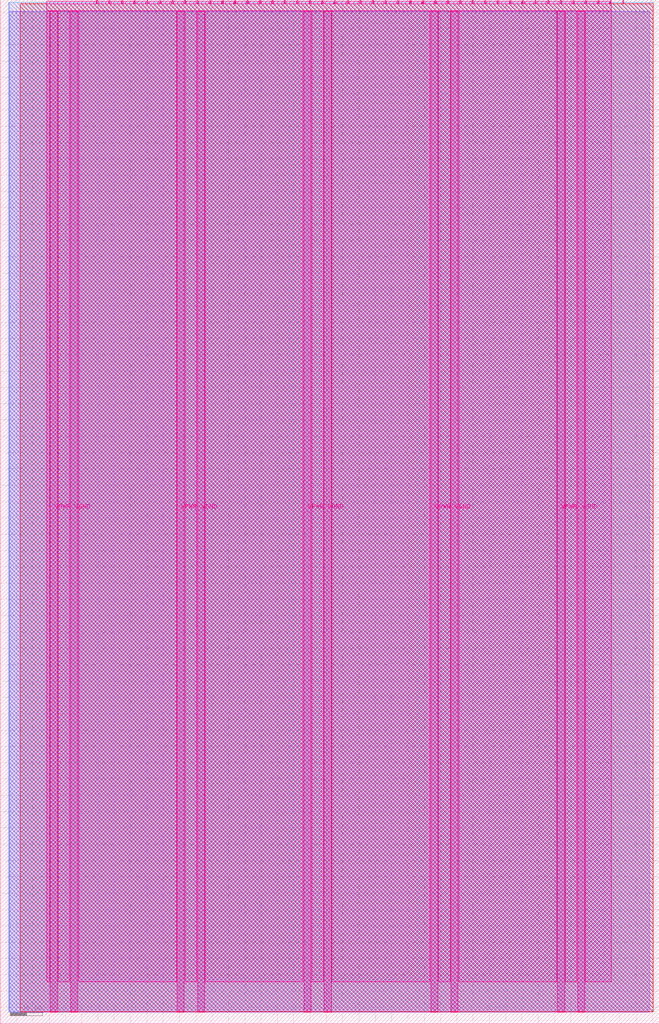
<source format=lef>
VERSION 5.7 ;
  NOWIREEXTENSIONATPIN ON ;
  DIVIDERCHAR "/" ;
  BUSBITCHARS "[]" ;
MACRO tt_um_tiny_ternary_tapeout_csa
  CLASS BLOCK ;
  FOREIGN tt_um_tiny_ternary_tapeout_csa ;
  ORIGIN 0.000 0.000 ;
  SIZE 202.080 BY 313.740 ;
  PIN VGND
    DIRECTION INOUT ;
    USE GROUND ;
    PORT
      LAYER Metal5 ;
        RECT 21.580 3.560 23.780 310.180 ;
    END
    PORT
      LAYER Metal5 ;
        RECT 60.450 3.560 62.650 310.180 ;
    END
    PORT
      LAYER Metal5 ;
        RECT 99.320 3.560 101.520 310.180 ;
    END
    PORT
      LAYER Metal5 ;
        RECT 138.190 3.560 140.390 310.180 ;
    END
    PORT
      LAYER Metal5 ;
        RECT 177.060 3.560 179.260 310.180 ;
    END
  END VGND
  PIN VPWR
    DIRECTION INOUT ;
    USE POWER ;
    PORT
      LAYER Metal5 ;
        RECT 15.380 3.560 17.580 310.180 ;
    END
    PORT
      LAYER Metal5 ;
        RECT 54.250 3.560 56.450 310.180 ;
    END
    PORT
      LAYER Metal5 ;
        RECT 93.120 3.560 95.320 310.180 ;
    END
    PORT
      LAYER Metal5 ;
        RECT 131.990 3.560 134.190 310.180 ;
    END
    PORT
      LAYER Metal5 ;
        RECT 170.860 3.560 173.060 310.180 ;
    END
  END VPWR
  PIN clk
    DIRECTION INPUT ;
    USE SIGNAL ;
    ANTENNAGATEAREA 0.213200 ;
    PORT
      LAYER Metal5 ;
        RECT 187.050 312.740 187.350 313.740 ;
    END
  END clk
  PIN ena
    DIRECTION INPUT ;
    USE SIGNAL ;
    PORT
      LAYER Metal5 ;
        RECT 190.890 312.740 191.190 313.740 ;
    END
  END ena
  PIN rst_n
    DIRECTION INPUT ;
    USE SIGNAL ;
    ANTENNAGATEAREA 0.213200 ;
    PORT
      LAYER Metal5 ;
        RECT 183.210 312.740 183.510 313.740 ;
    END
  END rst_n
  PIN ui_in[0]
    DIRECTION INPUT ;
    USE SIGNAL ;
    ANTENNAGATEAREA 0.821600 ;
    ANTENNADIFFAREA 2.015400 ;
    PORT
      LAYER Metal5 ;
        RECT 179.370 312.740 179.670 313.740 ;
    END
  END ui_in[0]
  PIN ui_in[1]
    DIRECTION INPUT ;
    USE SIGNAL ;
    ANTENNAGATEAREA 0.213200 ;
    PORT
      LAYER Metal5 ;
        RECT 175.530 312.740 175.830 313.740 ;
    END
  END ui_in[1]
  PIN ui_in[2]
    DIRECTION INPUT ;
    USE SIGNAL ;
    ANTENNAGATEAREA 0.213200 ;
    PORT
      LAYER Metal5 ;
        RECT 171.690 312.740 171.990 313.740 ;
    END
  END ui_in[2]
  PIN ui_in[3]
    DIRECTION INPUT ;
    USE SIGNAL ;
    ANTENNAGATEAREA 0.842400 ;
    PORT
      LAYER Metal5 ;
        RECT 167.850 312.740 168.150 313.740 ;
    END
  END ui_in[3]
  PIN ui_in[4]
    DIRECTION INPUT ;
    USE SIGNAL ;
    ANTENNAGATEAREA 2.139800 ;
    ANTENNADIFFAREA 6.046200 ;
    PORT
      LAYER Metal5 ;
        RECT 164.010 312.740 164.310 313.740 ;
    END
  END ui_in[4]
  PIN ui_in[5]
    DIRECTION INPUT ;
    USE SIGNAL ;
    ANTENNAGATEAREA 0.314600 ;
    PORT
      LAYER Metal5 ;
        RECT 160.170 312.740 160.470 313.740 ;
    END
  END ui_in[5]
  PIN ui_in[6]
    DIRECTION INPUT ;
    USE SIGNAL ;
    ANTENNAGATEAREA 0.213200 ;
    PORT
      LAYER Metal5 ;
        RECT 156.330 312.740 156.630 313.740 ;
    END
  END ui_in[6]
  PIN ui_in[7]
    DIRECTION INPUT ;
    USE SIGNAL ;
    ANTENNAGATEAREA 0.725400 ;
    PORT
      LAYER Metal5 ;
        RECT 152.490 312.740 152.790 313.740 ;
    END
  END ui_in[7]
  PIN uio_in[0]
    DIRECTION INPUT ;
    USE SIGNAL ;
    PORT
      LAYER Metal5 ;
        RECT 148.650 312.740 148.950 313.740 ;
    END
  END uio_in[0]
  PIN uio_in[1]
    DIRECTION INPUT ;
    USE SIGNAL ;
    PORT
      LAYER Metal5 ;
        RECT 144.810 312.740 145.110 313.740 ;
    END
  END uio_in[1]
  PIN uio_in[2]
    DIRECTION INPUT ;
    USE SIGNAL ;
    PORT
      LAYER Metal5 ;
        RECT 140.970 312.740 141.270 313.740 ;
    END
  END uio_in[2]
  PIN uio_in[3]
    DIRECTION INPUT ;
    USE SIGNAL ;
    PORT
      LAYER Metal5 ;
        RECT 137.130 312.740 137.430 313.740 ;
    END
  END uio_in[3]
  PIN uio_in[4]
    DIRECTION INPUT ;
    USE SIGNAL ;
    ANTENNAGATEAREA 0.639600 ;
    PORT
      LAYER Metal5 ;
        RECT 133.290 312.740 133.590 313.740 ;
    END
  END uio_in[4]
  PIN uio_in[5]
    DIRECTION INPUT ;
    USE SIGNAL ;
    ANTENNAGATEAREA 0.213200 ;
    PORT
      LAYER Metal5 ;
        RECT 129.450 312.740 129.750 313.740 ;
    END
  END uio_in[5]
  PIN uio_in[6]
    DIRECTION INPUT ;
    USE SIGNAL ;
    ANTENNAGATEAREA 2.038400 ;
    ANTENNADIFFAREA 6.046200 ;
    PORT
      LAYER Metal5 ;
        RECT 125.610 312.740 125.910 313.740 ;
    END
  END uio_in[6]
  PIN uio_in[7]
    DIRECTION INPUT ;
    USE SIGNAL ;
    ANTENNAGATEAREA 0.213200 ;
    PORT
      LAYER Metal5 ;
        RECT 121.770 312.740 122.070 313.740 ;
    END
  END uio_in[7]
  PIN uio_oe[0]
    DIRECTION OUTPUT ;
    USE SIGNAL ;
    ANTENNADIFFAREA 0.392700 ;
    PORT
      LAYER Metal5 ;
        RECT 56.490 312.740 56.790 313.740 ;
    END
  END uio_oe[0]
  PIN uio_oe[1]
    DIRECTION OUTPUT ;
    USE SIGNAL ;
    ANTENNADIFFAREA 0.392700 ;
    PORT
      LAYER Metal5 ;
        RECT 52.650 312.740 52.950 313.740 ;
    END
  END uio_oe[1]
  PIN uio_oe[2]
    DIRECTION OUTPUT ;
    USE SIGNAL ;
    ANTENNADIFFAREA 0.392700 ;
    PORT
      LAYER Metal5 ;
        RECT 48.810 312.740 49.110 313.740 ;
    END
  END uio_oe[2]
  PIN uio_oe[3]
    DIRECTION OUTPUT ;
    USE SIGNAL ;
    ANTENNADIFFAREA 0.392700 ;
    PORT
      LAYER Metal5 ;
        RECT 44.970 312.740 45.270 313.740 ;
    END
  END uio_oe[3]
  PIN uio_oe[4]
    DIRECTION OUTPUT ;
    USE SIGNAL ;
    ANTENNADIFFAREA 0.299200 ;
    PORT
      LAYER Metal5 ;
        RECT 41.130 312.740 41.430 313.740 ;
    END
  END uio_oe[4]
  PIN uio_oe[5]
    DIRECTION OUTPUT ;
    USE SIGNAL ;
    ANTENNADIFFAREA 0.299200 ;
    PORT
      LAYER Metal5 ;
        RECT 37.290 312.740 37.590 313.740 ;
    END
  END uio_oe[5]
  PIN uio_oe[6]
    DIRECTION OUTPUT ;
    USE SIGNAL ;
    ANTENNADIFFAREA 0.299200 ;
    PORT
      LAYER Metal5 ;
        RECT 33.450 312.740 33.750 313.740 ;
    END
  END uio_oe[6]
  PIN uio_oe[7]
    DIRECTION OUTPUT ;
    USE SIGNAL ;
    ANTENNADIFFAREA 0.299200 ;
    PORT
      LAYER Metal5 ;
        RECT 29.610 312.740 29.910 313.740 ;
    END
  END uio_oe[7]
  PIN uio_out[0]
    DIRECTION OUTPUT ;
    USE SIGNAL ;
    ANTENNADIFFAREA 0.654800 ;
    PORT
      LAYER Metal5 ;
        RECT 87.210 312.740 87.510 313.740 ;
    END
  END uio_out[0]
  PIN uio_out[1]
    DIRECTION OUTPUT ;
    USE SIGNAL ;
    ANTENNADIFFAREA 0.654800 ;
    PORT
      LAYER Metal5 ;
        RECT 83.370 312.740 83.670 313.740 ;
    END
  END uio_out[1]
  PIN uio_out[2]
    DIRECTION OUTPUT ;
    USE SIGNAL ;
    ANTENNADIFFAREA 0.706800 ;
    PORT
      LAYER Metal5 ;
        RECT 79.530 312.740 79.830 313.740 ;
    END
  END uio_out[2]
  PIN uio_out[3]
    DIRECTION OUTPUT ;
    USE SIGNAL ;
    ANTENNADIFFAREA 1.413600 ;
    PORT
      LAYER Metal5 ;
        RECT 75.690 312.740 75.990 313.740 ;
    END
  END uio_out[3]
  PIN uio_out[4]
    DIRECTION OUTPUT ;
    USE SIGNAL ;
    ANTENNADIFFAREA 0.299200 ;
    PORT
      LAYER Metal5 ;
        RECT 71.850 312.740 72.150 313.740 ;
    END
  END uio_out[4]
  PIN uio_out[5]
    DIRECTION OUTPUT ;
    USE SIGNAL ;
    ANTENNADIFFAREA 0.299200 ;
    PORT
      LAYER Metal5 ;
        RECT 68.010 312.740 68.310 313.740 ;
    END
  END uio_out[5]
  PIN uio_out[6]
    DIRECTION OUTPUT ;
    USE SIGNAL ;
    ANTENNADIFFAREA 0.299200 ;
    PORT
      LAYER Metal5 ;
        RECT 64.170 312.740 64.470 313.740 ;
    END
  END uio_out[6]
  PIN uio_out[7]
    DIRECTION OUTPUT ;
    USE SIGNAL ;
    ANTENNADIFFAREA 0.299200 ;
    PORT
      LAYER Metal5 ;
        RECT 60.330 312.740 60.630 313.740 ;
    END
  END uio_out[7]
  PIN uo_out[0]
    DIRECTION OUTPUT ;
    USE SIGNAL ;
    ANTENNADIFFAREA 1.413600 ;
    PORT
      LAYER Metal5 ;
        RECT 117.930 312.740 118.230 313.740 ;
    END
  END uo_out[0]
  PIN uo_out[1]
    DIRECTION OUTPUT ;
    USE SIGNAL ;
    ANTENNADIFFAREA 0.706800 ;
    PORT
      LAYER Metal5 ;
        RECT 114.090 312.740 114.390 313.740 ;
    END
  END uo_out[1]
  PIN uo_out[2]
    DIRECTION OUTPUT ;
    USE SIGNAL ;
    ANTENNADIFFAREA 0.654800 ;
    PORT
      LAYER Metal5 ;
        RECT 110.250 312.740 110.550 313.740 ;
    END
  END uo_out[2]
  PIN uo_out[3]
    DIRECTION OUTPUT ;
    USE SIGNAL ;
    ANTENNADIFFAREA 0.654800 ;
    PORT
      LAYER Metal5 ;
        RECT 106.410 312.740 106.710 313.740 ;
    END
  END uo_out[3]
  PIN uo_out[4]
    DIRECTION OUTPUT ;
    USE SIGNAL ;
    ANTENNADIFFAREA 0.706800 ;
    PORT
      LAYER Metal5 ;
        RECT 102.570 312.740 102.870 313.740 ;
    END
  END uo_out[4]
  PIN uo_out[5]
    DIRECTION OUTPUT ;
    USE SIGNAL ;
    ANTENNADIFFAREA 0.654800 ;
    PORT
      LAYER Metal5 ;
        RECT 98.730 312.740 99.030 313.740 ;
    END
  END uo_out[5]
  PIN uo_out[6]
    DIRECTION OUTPUT ;
    USE SIGNAL ;
    ANTENNADIFFAREA 0.706800 ;
    PORT
      LAYER Metal5 ;
        RECT 94.890 312.740 95.190 313.740 ;
    END
  END uo_out[6]
  PIN uo_out[7]
    DIRECTION OUTPUT ;
    USE SIGNAL ;
    ANTENNADIFFAREA 0.654800 ;
    PORT
      LAYER Metal5 ;
        RECT 91.050 312.740 91.350 313.740 ;
    END
  END uo_out[7]
  OBS
      LAYER GatPoly ;
        RECT 2.880 3.630 199.200 310.110 ;
      LAYER Metal1 ;
        RECT 2.880 3.560 199.200 310.180 ;
      LAYER Metal2 ;
        RECT 2.605 3.680 200.305 313.000 ;
      LAYER Metal3 ;
        RECT 2.780 3.635 200.260 313.045 ;
      LAYER Metal4 ;
        RECT 6.095 3.680 200.305 312.580 ;
      LAYER Metal5 ;
        RECT 14.300 312.530 29.400 313.340 ;
        RECT 30.120 312.530 33.240 313.340 ;
        RECT 33.960 312.530 37.080 313.340 ;
        RECT 37.800 312.530 40.920 313.340 ;
        RECT 41.640 312.530 44.760 313.340 ;
        RECT 45.480 312.530 48.600 313.340 ;
        RECT 49.320 312.530 52.440 313.340 ;
        RECT 53.160 312.530 56.280 313.340 ;
        RECT 57.000 312.530 60.120 313.340 ;
        RECT 60.840 312.530 63.960 313.340 ;
        RECT 64.680 312.530 67.800 313.340 ;
        RECT 68.520 312.530 71.640 313.340 ;
        RECT 72.360 312.530 75.480 313.340 ;
        RECT 76.200 312.530 79.320 313.340 ;
        RECT 80.040 312.530 83.160 313.340 ;
        RECT 83.880 312.530 87.000 313.340 ;
        RECT 87.720 312.530 90.840 313.340 ;
        RECT 91.560 312.530 94.680 313.340 ;
        RECT 95.400 312.530 98.520 313.340 ;
        RECT 99.240 312.530 102.360 313.340 ;
        RECT 103.080 312.530 106.200 313.340 ;
        RECT 106.920 312.530 110.040 313.340 ;
        RECT 110.760 312.530 113.880 313.340 ;
        RECT 114.600 312.530 117.720 313.340 ;
        RECT 118.440 312.530 121.560 313.340 ;
        RECT 122.280 312.530 125.400 313.340 ;
        RECT 126.120 312.530 129.240 313.340 ;
        RECT 129.960 312.530 133.080 313.340 ;
        RECT 133.800 312.530 136.920 313.340 ;
        RECT 137.640 312.530 140.760 313.340 ;
        RECT 141.480 312.530 144.600 313.340 ;
        RECT 145.320 312.530 148.440 313.340 ;
        RECT 149.160 312.530 152.280 313.340 ;
        RECT 153.000 312.530 156.120 313.340 ;
        RECT 156.840 312.530 159.960 313.340 ;
        RECT 160.680 312.530 163.800 313.340 ;
        RECT 164.520 312.530 167.640 313.340 ;
        RECT 168.360 312.530 171.480 313.340 ;
        RECT 172.200 312.530 175.320 313.340 ;
        RECT 176.040 312.530 179.160 313.340 ;
        RECT 179.880 312.530 183.000 313.340 ;
        RECT 183.720 312.530 186.840 313.340 ;
        RECT 14.300 310.390 187.300 312.530 ;
        RECT 14.300 12.875 15.170 310.390 ;
        RECT 17.790 12.875 21.370 310.390 ;
        RECT 23.990 12.875 54.040 310.390 ;
        RECT 56.660 12.875 60.240 310.390 ;
        RECT 62.860 12.875 92.910 310.390 ;
        RECT 95.530 12.875 99.110 310.390 ;
        RECT 101.730 12.875 131.780 310.390 ;
        RECT 134.400 12.875 137.980 310.390 ;
        RECT 140.600 12.875 170.650 310.390 ;
        RECT 173.270 12.875 176.850 310.390 ;
        RECT 179.470 12.875 187.300 310.390 ;
  END
END tt_um_tiny_ternary_tapeout_csa
END LIBRARY


</source>
